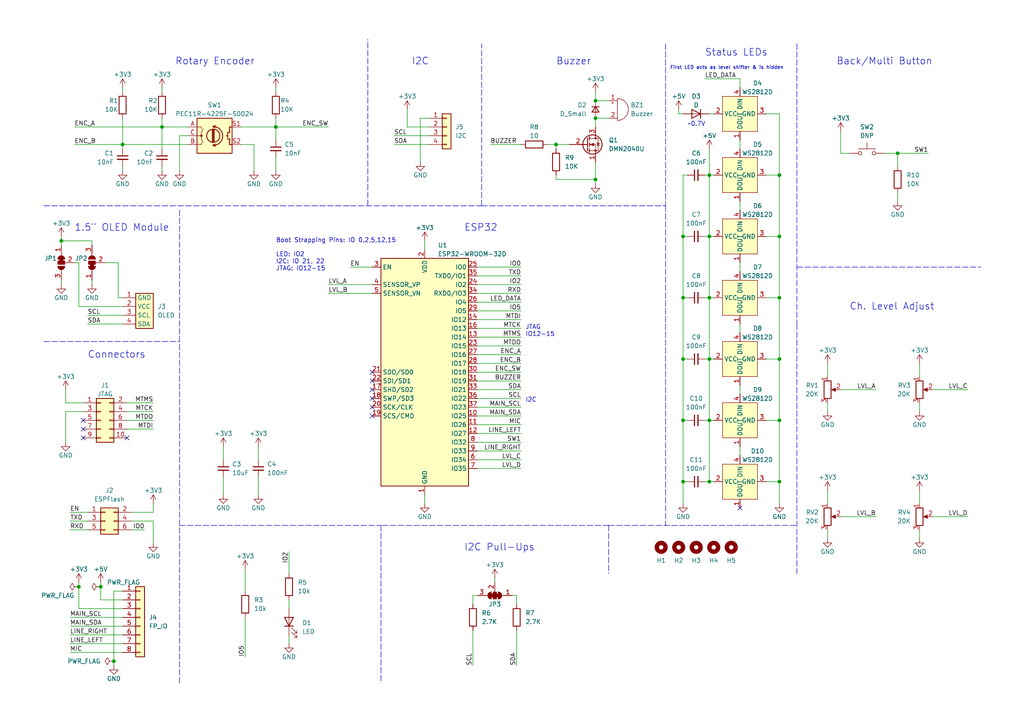
<source format=kicad_sch>
(kicad_sch (version 20211123) (generator eeschema)
  (paper "A4")
  (title_block (title "SW-3240: Front Panel") (date "2022-02-02") (rev "1") (company "saawsm") (comment 4 "Front panel IO board for the SW-3240"))
  (lib_symbols
    (symbol "Connector_Generic:Conn_01x04" (pin_names (offset 1.016) hide)
      (property "Reference" "J" (at 0 5.08 0))
      (property "Value" "Conn_01x04" (at 0 -7.62 0))
      (symbol "Conn_01x04_1_1"
        (pin passive line (at -5.08 2.54 0) (length 3.81) (name "Pin_1") (number "1"))
        (pin passive line (at -5.08 0 0) (length 3.81) (name "Pin_2") (number "2"))
        (pin passive line (at -5.08 -2.54 0) (length 3.81) (name "Pin_3") (number "3"))
        (pin passive line (at -5.08 -5.08 0) (length 3.81) (name "Pin_4") (number "4"))
      )
    )
    (symbol "Connector_Generic:Conn_01x08" (pin_names (offset 1.016) hide)
      (property "Reference" "J" (at 0 10.16 0))
      (property "Value" "Conn_01x08" (at 0 -12.7 0))
      (symbol "Conn_01x08_1_1"
        (pin passive line (at -5.08 7.62 0) (length 3.81) (name "Pin_1") (number "1"))
        (pin passive line (at -5.08 5.08 0) (length 3.81) (name "Pin_2") (number "2"))
        (pin passive line (at -5.08 2.54 0) (length 3.81) (name "Pin_3") (number "3"))
        (pin passive line (at -5.08 0 0) (length 3.81) (name "Pin_4") (number "4"))
        (pin passive line (at -5.08 -2.54 0) (length 3.81) (name "Pin_5") (number "5"))
        (pin passive line (at -5.08 -5.08 0) (length 3.81) (name "Pin_6") (number "6"))
        (pin passive line (at -5.08 -7.62 0) (length 3.81) (name "Pin_7") (number "7"))
        (pin passive line (at -5.08 -10.16 0) (length 3.81) (name "Pin_8") (number "8"))
      )
    )
    (symbol "Connector_Generic:Conn_02x03_Odd_Even" (pin_names (offset 1.016) hide)
      (property "Reference" "J" (at 1.27 5.08 0))
      (property "Value" "Conn_02x03_Odd_Even" (at 1.27 -5.08 0))
      (symbol "Conn_02x03_Odd_Even_1_1"
        (pin passive line (at -5.08 2.54 0) (length 3.81) (name "Pin_1") (number "1"))
        (pin passive line (at 7.62 2.54 180) (length 3.81) (name "Pin_2") (number "2"))
        (pin passive line (at -5.08 0 0) (length 3.81) (name "Pin_3") (number "3"))
        (pin passive line (at 7.62 0 180) (length 3.81) (name "Pin_4") (number "4"))
        (pin passive line (at -5.08 -2.54 0) (length 3.81) (name "Pin_5") (number "5"))
        (pin passive line (at 7.62 -2.54 180) (length 3.81) (name "Pin_6") (number "6"))
      )
    )
    (symbol "Connector_Generic:Conn_02x05_Odd_Even" (pin_names (offset 1.016) hide)
      (property "Reference" "J" (at 1.27 7.62 0))
      (property "Value" "Conn_02x05_Odd_Even" (at 1.27 -7.62 0))
      (symbol "Conn_02x05_Odd_Even_1_1"
        (pin passive line (at -5.08 5.08 0) (length 3.81) (name "Pin_1") (number "1"))
        (pin passive line (at 7.62 -5.08 180) (length 3.81) (name "Pin_10") (number "10"))
        (pin passive line (at 7.62 5.08 180) (length 3.81) (name "Pin_2") (number "2"))
        (pin passive line (at -5.08 2.54 0) (length 3.81) (name "Pin_3") (number "3"))
        (pin passive line (at 7.62 2.54 180) (length 3.81) (name "Pin_4") (number "4"))
        (pin passive line (at -5.08 0 0) (length 3.81) (name "Pin_5") (number "5"))
        (pin passive line (at 7.62 0 180) (length 3.81) (name "Pin_6") (number "6"))
        (pin passive line (at -5.08 -2.54 0) (length 3.81) (name "Pin_7") (number "7"))
        (pin passive line (at 7.62 -2.54 180) (length 3.81) (name "Pin_8") (number "8"))
        (pin passive line (at -5.08 -5.08 0) (length 3.81) (name "Pin_9") (number "9"))
      )
    )
    (symbol "Device:Buzzer" (pin_names (offset 0.0254) hide)
      (property "Reference" "BZ" (at 3.81 1.27 0))
      (property "Value" "Buzzer" (at 3.81 -1.27 0))
      (symbol "Buzzer_1_1"
        (pin passive line (at -2.54 2.54 0) (length 2.54) (name "-") (number "1"))
        (pin passive line (at -2.54 -2.54 0) (length 2.54) (name "+") (number "2"))
      )
    )
    (symbol "Device:C_Small" (pin_numbers hide) (pin_names (offset 0.254) hide)
      (property "Reference" "C" (at 0.254 1.778 0))
      (property "Value" "C_Small" (at 0.254 -2.032 0))
      (symbol "C_Small_1_1"
        (pin passive line (at 0 2.54 270) (length 2.032) (name "~") (number "1"))
        (pin passive line (at 0 -2.54 90) (length 2.032) (name "~") (number "2"))
      )
    )
    (symbol "Device:D" (pin_numbers hide) (pin_names (offset 1.016) hide)
      (property "Reference" "D" (at 0 2.54 0))
      (property "Value" "D" (at 0 -2.54 0))
      (symbol "D_1_1"
        (pin passive line (at -3.81 0 0) (length 2.54) (name "K") (number "1"))
        (pin passive line (at 3.81 0 180) (length 2.54) (name "A") (number "2"))
      )
    )
    (symbol "Device:D_Small" (pin_numbers hide) (pin_names (offset 0.254) hide)
      (property "Reference" "D" (at -1.27 2.032 0))
      (property "Value" "D_Small" (at -3.81 -2.032 0))
      (symbol "D_Small_1_1"
        (pin passive line (at -2.54 0 0) (length 1.778) (name "K") (number "1"))
        (pin passive line (at 2.54 0 180) (length 1.778) (name "A") (number "2"))
      )
    )
    (symbol "Device:LED" (pin_numbers hide) (pin_names (offset 1.016) hide)
      (property "Reference" "D" (at 0 2.54 0))
      (property "Value" "LED" (at 0 -2.54 0))
      (symbol "LED_1_1"
        (pin passive line (at -3.81 0 0) (length 2.54) (name "K") (number "1"))
        (pin passive line (at 3.81 0 180) (length 2.54) (name "A") (number "2"))
      )
    )
    (symbol "Device:Q_NMOS_SGD" (pin_names (offset 0) hide)
      (property "Reference" "Q" (at 5.08 1.27 0))
      (property "Value" "Q_NMOS_SGD" (at 5.08 -1.27 0))
      (symbol "Q_NMOS_SGD_1_1"
        (pin passive line (at 2.54 -5.08 90) (length 2.54) (name "S") (number "1"))
        (pin input line (at -5.08 0 0) (length 5.08) (name "G") (number "2"))
        (pin passive line (at 2.54 5.08 270) (length 2.54) (name "D") (number "3"))
      )
    )
    (symbol "Device:R" (pin_numbers hide) (pin_names (offset 0))
      (property "Reference" "R" (at 2.032 0 90))
      (property "Value" "R" (at 0 0 90))
      (symbol "R_1_1"
        (pin passive line (at 0 3.81 270) (length 1.27) (name "~") (number "1"))
        (pin passive line (at 0 -3.81 90) (length 1.27) (name "~") (number "2"))
      )
    )
    (symbol "Device:R_Potentiometer" (pin_names (offset 1.016) hide)
      (property "Reference" "RV" (at -4.445 0 90))
      (property "Value" "R_Potentiometer" (at -2.54 0 90))
      (symbol "R_Potentiometer_1_1"
        (pin passive line (at 0 3.81 270) (length 1.27) (name "1") (number "1"))
        (pin passive line (at 3.81 0 180) (length 1.27) (name "2") (number "2"))
        (pin passive line (at 0 -3.81 90) (length 1.27) (name "3") (number "3"))
      )
    )
    (symbol "Device:RotaryEncoder_Switch" (pin_names (offset 0.254) hide)
      (property "Reference" "SW" (at 0 6.604 0))
      (property "Value" "RotaryEncoder_Switch" (at 0 -6.604 0))
      (symbol "RotaryEncoder_Switch_1_1"
        (pin passive line (at -7.62 2.54 0) (length 2.54) (name "A") (number "A"))
        (pin passive line (at -7.62 -2.54 0) (length 2.54) (name "B") (number "B"))
        (pin passive line (at -7.62 0 0) (length 2.54) (name "C") (number "C"))
        (pin passive line (at 7.62 2.54 180) (length 2.54) (name "S1") (number "S1"))
        (pin passive line (at 7.62 -2.54 180) (length 2.54) (name "S2") (number "S2"))
      )
    )
    (symbol "Jumper:SolderJumper_3_Bridged12" (pin_names (offset 0) hide)
      (property "Reference" "JP" (at -2.54 -2.54 0))
      (property "Value" "SolderJumper_3_Bridged12" (at 0 2.794 0))
      (symbol "SolderJumper_3_Bridged12_1_1"
        (pin passive line (at -5.08 0 0) (length 2.54) (name "A") (number "1"))
        (pin input line (at 0 -3.81 90) (length 2.54) (name "C") (number "2"))
        (pin passive line (at 5.08 0 180) (length 2.54) (name "B") (number "3"))
      )
    )
    (symbol "Jumper:SolderJumper_3_Bridged123" (pin_names (offset 0) hide)
      (property "Reference" "JP" (at -2.54 -2.54 0))
      (property "Value" "SolderJumper_3_Bridged123" (at 0 2.794 0))
      (symbol "SolderJumper_3_Bridged123_1_1"
        (pin passive line (at -5.08 0 0) (length 2.54) (name "A") (number "1"))
        (pin input line (at 0 -3.81 90) (length 2.54) (name "C") (number "2"))
        (pin passive line (at 5.08 0 180) (length 2.54) (name "B") (number "3"))
      )
    )
    (symbol "Mechanical:MountingHole" (pin_names (offset 1.016))
      (property "Reference" "H" (at 0 5.08 0))
      (property "Value" "MountingHole" (at 0 3.175 0))
    )
    (symbol "RF_Module:ESP32-WROOM-32D"
      (property "Reference" "U" (at -12.7 34.29 0))
      (property "Value" "ESP32-WROOM-32D" (at 1.27 34.29 0))
      (symbol "ESP32-WROOM-32D_1_1"
        (pin power_in line (at 0 -35.56 90) (length 2.54) (name "GND") (number "1"))
        (pin bidirectional line (at 15.24 -12.7 180) (length 2.54) (name "IO25") (number "10"))
        (pin bidirectional line (at 15.24 -15.24 180) (length 2.54) (name "IO26") (number "11"))
        (pin bidirectional line (at 15.24 -17.78 180) (length 2.54) (name "IO27") (number "12"))
        (pin bidirectional line (at 15.24 10.16 180) (length 2.54) (name "IO14") (number "13"))
        (pin bidirectional line (at 15.24 15.24 180) (length 2.54) (name "IO12") (number "14"))
        (pin passive line (at 0 -35.56 90) (length 2.54) hide (name "GND") (number "15"))
        (pin bidirectional line (at 15.24 12.7 180) (length 2.54) (name "IO13") (number "16"))
        (pin bidirectional line (at -15.24 -5.08 0) (length 2.54) (name "SHD/SD2") (number "17"))
        (pin bidirectional line (at -15.24 -7.62 0) (length 2.54) (name "SWP/SD3") (number "18"))
        (pin bidirectional line (at -15.24 -12.7 0) (length 2.54) (name "SCS/CMD") (number "19"))
        (pin power_in line (at 0 35.56 270) (length 2.54) (name "VDD") (number "2"))
        (pin bidirectional line (at -15.24 -10.16 0) (length 2.54) (name "SCK/CLK") (number "20"))
        (pin bidirectional line (at -15.24 0 0) (length 2.54) (name "SDO/SD0") (number "21"))
        (pin bidirectional line (at -15.24 -2.54 0) (length 2.54) (name "SDI/SD1") (number "22"))
        (pin bidirectional line (at 15.24 7.62 180) (length 2.54) (name "IO15") (number "23"))
        (pin bidirectional line (at 15.24 25.4 180) (length 2.54) (name "IO2") (number "24"))
        (pin bidirectional line (at 15.24 30.48 180) (length 2.54) (name "IO0") (number "25"))
        (pin bidirectional line (at 15.24 20.32 180) (length 2.54) (name "IO4") (number "26"))
        (pin bidirectional line (at 15.24 5.08 180) (length 2.54) (name "IO16") (number "27"))
        (pin bidirectional line (at 15.24 2.54 180) (length 2.54) (name "IO17") (number "28"))
        (pin bidirectional line (at 15.24 17.78 180) (length 2.54) (name "IO5") (number "29"))
        (pin input line (at -15.24 30.48 0) (length 2.54) (name "EN") (number "3"))
        (pin bidirectional line (at 15.24 0 180) (length 2.54) (name "IO18") (number "30"))
        (pin bidirectional line (at 15.24 -2.54 180) (length 2.54) (name "IO19") (number "31"))
        (pin no_connect line (at -12.7 -27.94 0) (length 2.54) hide (name "NC") (number "32"))
        (pin bidirectional line (at 15.24 -5.08 180) (length 2.54) (name "IO21") (number "33"))
        (pin bidirectional line (at 15.24 22.86 180) (length 2.54) (name "RXD0/IO3") (number "34"))
        (pin bidirectional line (at 15.24 27.94 180) (length 2.54) (name "TXD0/IO1") (number "35"))
        (pin bidirectional line (at 15.24 -7.62 180) (length 2.54) (name "IO22") (number "36"))
        (pin bidirectional line (at 15.24 -10.16 180) (length 2.54) (name "IO23") (number "37"))
        (pin passive line (at 0 -35.56 90) (length 2.54) hide (name "GND") (number "38"))
        (pin passive line (at 0 -35.56 90) (length 2.54) hide (name "GND") (number "39"))
        (pin input line (at -15.24 25.4 0) (length 2.54) (name "SENSOR_VP") (number "4"))
        (pin input line (at -15.24 22.86 0) (length 2.54) (name "SENSOR_VN") (number "5"))
        (pin input line (at 15.24 -25.4 180) (length 2.54) (name "IO34") (number "6"))
        (pin input line (at 15.24 -27.94 180) (length 2.54) (name "IO35") (number "7"))
        (pin bidirectional line (at 15.24 -20.32 180) (length 2.54) (name "IO32") (number "8"))
        (pin bidirectional line (at 15.24 -22.86 180) (length 2.54) (name "IO33") (number "9"))
      )
    )
    (symbol "SaawLib:OLED_MODULE_I2C"
      (property "Reference" "J" (at 0 6.35 0))
      (property "Value" "OLED_MODULE_I2C" (at 0 -6.35 0))
      (symbol "OLED_MODULE_I2C_1_1"
        (pin passive line (at -5.08 3.81 0) (length 3.81) (name "GND") (number "1"))
        (pin passive line (at -5.08 1.27 0) (length 3.81) (name "VCC") (number "2"))
        (pin passive line (at -5.08 -1.27 0) (length 3.81) (name "SCL") (number "3"))
        (pin passive line (at -5.08 -3.81 0) (length 3.81) (name "SDA") (number "4"))
      )
    )
    (symbol "SaawLib:WS2812D"
      (property "Reference" "U" (at 2.54 8.89 0))
      (property "Value" "WS2812D" (at 6.35 6.35 0))
      (symbol "WS2812D_1_1"
        (pin output line (at 0 -7.62 90) (length 2.54) (name "DOUT") (number "1"))
        (pin power_in line (at -7.62 0 0) (length 2.54) (name "VCC") (number "2"))
        (pin power_in line (at 7.62 0 180) (length 2.54) (name "GND") (number "3"))
        (pin input line (at 0 7.62 270) (length 2.54) (name "DIN") (number "4"))
      )
    )
    (symbol "Switch:SW_Push" (pin_numbers hide) (pin_names (offset 1.016) hide)
      (property "Reference" "SW" (at 1.27 2.54 0))
      (property "Value" "SW_Push" (at 0 -1.524 0))
      (symbol "SW_Push_0_1"
        (pin passive line (at -5.08 0 0) (length 2.54) (name "1") (number "1"))
        (pin passive line (at 5.08 0 180) (length 2.54) (name "2") (number "2"))
      )
    )
    (symbol "power:+3.3V" (power) (pin_names (offset 0))
      (property "Value" "+3.3V" (at 0 3.556 0))
      (symbol "+3.3V_1_1"
        (pin power_in line (at 0 0 90) (length 0) hide (name "+3V3") (number "1"))
      )
    )
    (symbol "power:+5V" (power) (pin_names (offset 0))
      (property "Value" "+5V" (at 0 3.556 0))
      (symbol "+5V_1_1"
        (pin power_in line (at 0 0 90) (length 0) hide (name "+5V") (number "1"))
      )
    )
    (symbol "power:GND" (power) (pin_names (offset 0))
      (property "Value" "GND" (at 0 -3.81 0))
      (symbol "GND_1_1"
        (pin power_in line (at 0 0 270) (length 0) hide (name "GND") (number "1"))
      )
    )
    (symbol "power:PWR_FLAG" (power) (pin_numbers hide) (pin_names (offset 0) hide)
      (property "Value" "PWR_FLAG" (at 0 3.81 0))
      (symbol "PWR_FLAG_0_0"
        (pin power_out line (at 0 0 90) (length 0) (name "pwr") (number "1"))
      )
    )
  )
  (junction (at 226.06 86.36))
  (junction (at 205.74 104.14))
  (junction (at 226.06 121.92))
  (junction (at 205.74 139.7))
  (junction (at 205.74 121.92))
  (junction (at 17.78 69.85))
  (junction (at 205.74 50.8))
  (junction (at 198.12 86.36))
  (junction (at 22.86 170.18))
  (junction (at 226.06 104.14))
  (junction (at 33.02 191.77))
  (junction (at 46.99 36.83))
  (junction (at 226.06 50.8))
  (junction (at 226.06 68.58))
  (junction (at 226.06 139.7))
  (junction (at 198.12 104.14))
  (junction (at 172.72 34.29))
  (junction (at 172.72 52.07))
  (junction (at 198.12 121.92))
  (junction (at 205.74 68.58))
  (junction (at 198.12 68.58))
  (junction (at 161.29 41.91))
  (junction (at 172.72 29.21))
  (junction (at 260.35 44.45))
  (junction (at 198.12 139.7))
  (junction (at 80.01 36.83))
  (junction (at 29.21 170.18))
  (junction (at 205.74 86.36))
  (junction (at 35.56 41.91))
  (no_connect (at 24.13 124.46))
  (no_connect (at 214.63 147.32))
  (no_connect (at 24.13 127))
  (no_connect (at 36.83 127))
  (no_connect (at 107.95 115.57))
  (no_connect (at 107.95 113.03))
  (no_connect (at 107.95 110.49))
  (no_connect (at 107.95 107.95))
  (no_connect (at 24.13 121.92))
  (no_connect (at 107.95 120.65))
  (no_connect (at 107.95 118.11))
  (wire (pts (xy 46.99 36.83) (xy 54.61 36.83)))
  (wire (pts (xy 20.32 179.07) (xy 35.56 179.07)))
  (wire (pts (xy 205.74 121.92) (xy 207.01 121.92)))
  (wire (pts (xy 266.7 153.67) (xy 266.7 156.21)))
  (wire (pts (xy 83.82 176.53) (xy 83.82 173.99)))
  (wire (pts (xy 22.86 170.18) (xy 22.86 176.53)))
  (wire (pts (xy 205.74 33.02) (xy 207.01 33.02)))
  (wire (pts (xy 260.35 44.45) (xy 260.35 48.26)))
  (wire (pts (xy 26.67 71.12) (xy 26.67 69.85)))
  (wire (pts (xy 214.63 93.98) (xy 214.63 96.52)))
  (wire (pts (xy 114.3 39.37) (xy 124.46 39.37)))
  (wire (pts (xy 35.56 25.4) (xy 35.56 26.67)))
  (wire (pts (xy 266.7 142.24) (xy 266.7 146.05)))
  (wire (pts (xy 29.21 173.99) (xy 35.56 173.99)))
  (wire (pts (xy 161.29 41.91) (xy 165.1 41.91)))
  (wire (pts (xy 20.32 181.61) (xy 35.56 181.61)))
  (wire (pts (xy 138.43 102.87) (xy 151.13 102.87)))
  (wire (pts (xy 20.32 184.15) (xy 35.56 184.15)))
  (wire (pts (xy 243.84 113.03) (xy 254 113.03)))
  (wire (pts (xy 260.35 44.45) (xy 269.24 44.45)))
  (wire (pts (xy 35.56 41.91) (xy 35.56 43.18)))
  (wire (pts (xy 30.48 76.2) (xy 34.29 76.2)))
  (wire (pts (xy 19.05 119.38) (xy 24.13 119.38)))
  (wire (pts (xy 138.43 82.55) (xy 151.13 82.55)))
  (wire (pts (xy 222.25 86.36) (xy 226.06 86.36)))
  (wire (pts (xy 243.84 38.1) (xy 243.84 44.45)))
  (wire (pts (xy 199.39 50.8) (xy 198.12 50.8)))
  (wire (pts (xy 161.29 41.91) (xy 161.29 43.18)))
  (wire (pts (xy 205.74 68.58) (xy 205.74 86.36)))
  (wire (pts (xy 138.43 95.25) (xy 151.13 95.25)))
  (wire (pts (xy 240.03 116.84) (xy 240.03 119.38)))
  (wire (pts (xy 204.47 50.8) (xy 205.74 50.8)))
  (wire (pts (xy 151.13 123.19) (xy 138.43 123.19)))
  (wire (pts (xy 29.21 168.91) (xy 29.21 170.18)))
  (wire (pts (xy 243.84 44.45) (xy 246.38 44.45)))
  (wire (pts (xy 207.01 139.7) (xy 205.74 139.7)))
  (wire (pts (xy 270.51 113.03) (xy 280.67 113.03)))
  (wire (pts (xy 205.74 43.18) (xy 205.74 50.8)))
  (wire (pts (xy 71.12 165.1) (xy 71.12 171.45)))
  (wire (pts (xy 204.47 86.36) (xy 205.74 86.36)))
  (wire (pts (xy 226.06 86.36) (xy 226.06 104.14)))
  (wire (pts (xy 36.83 116.84) (xy 44.45 116.84)))
  (wire (pts (xy 34.29 76.2) (xy 34.29 86.36)))
  (polyline (pts (xy 176.53 152.4) (xy 110.49 152.4)))
  (wire (pts (xy 198.12 121.92) (xy 198.12 139.7)))
  (wire (pts (xy 95.25 82.55) (xy 107.95 82.55)))
  (wire (pts (xy 19.05 113.03) (xy 19.05 116.84)))
  (wire (pts (xy 19.05 116.84) (xy 24.13 116.84)))
  (wire (pts (xy 74.93 138.43) (xy 74.93 143.51)))
  (wire (pts (xy 35.56 34.29) (xy 35.56 41.91)))
  (wire (pts (xy 138.43 105.41) (xy 151.13 105.41)))
  (polyline (pts (xy 12.7 59.69) (xy 101.6 59.69)))
  (wire (pts (xy 22.86 76.2) (xy 22.86 88.9)))
  (wire (pts (xy 33.02 191.77) (xy 33.02 193.04)))
  (wire (pts (xy 64.77 138.43) (xy 64.77 143.51)))
  (wire (pts (xy 138.43 128.27) (xy 151.13 128.27)))
  (wire (pts (xy 226.06 104.14) (xy 222.25 104.14)))
  (wire (pts (xy 22.86 176.53) (xy 35.56 176.53)))
  (wire (pts (xy 123.19 143.51) (xy 123.19 146.05)))
  (wire (pts (xy 266.7 105.41) (xy 266.7 109.22)))
  (wire (pts (xy 226.06 104.14) (xy 226.06 121.92)))
  (wire (pts (xy 80.01 40.64) (xy 80.01 36.83)))
  (wire (pts (xy 25.4 151.13) (xy 20.32 151.13)))
  (wire (pts (xy 26.67 81.28) (xy 26.67 82.55)))
  (wire (pts (xy 198.12 104.14) (xy 199.39 104.14)))
  (wire (pts (xy 240.03 142.24) (xy 240.03 146.05)))
  (wire (pts (xy 17.78 81.28) (xy 17.78 82.55)))
  (wire (pts (xy 46.99 48.26) (xy 46.99 49.53)))
  (wire (pts (xy 20.32 186.69) (xy 35.56 186.69)))
  (wire (pts (xy 71.12 179.07) (xy 71.12 190.5)))
  (wire (pts (xy 21.59 41.91) (xy 35.56 41.91)))
  (wire (pts (xy 198.12 121.92) (xy 199.39 121.92)))
  (wire (pts (xy 121.92 34.29) (xy 124.46 34.29)))
  (wire (pts (xy 21.59 36.83) (xy 46.99 36.83)))
  (wire (pts (xy 80.01 34.29) (xy 80.01 36.83)))
  (wire (pts (xy 137.16 193.04) (xy 137.16 182.88)))
  (wire (pts (xy 151.13 120.65) (xy 138.43 120.65)))
  (wire (pts (xy 205.74 104.14) (xy 205.74 121.92)))
  (wire (pts (xy 148.59 172.72) (xy 149.86 172.72)))
  (polyline (pts (xy 139.7 59.69) (xy 139.7 12.7)))
  (wire (pts (xy 207.01 50.8) (xy 205.74 50.8)))
  (wire (pts (xy 256.54 44.45) (xy 260.35 44.45)))
  (wire (pts (xy 149.86 172.72) (xy 149.86 175.26)))
  (wire (pts (xy 80.01 25.4) (xy 80.01 26.67)))
  (wire (pts (xy 137.16 175.26) (xy 137.16 172.72)))
  (wire (pts (xy 138.43 97.79) (xy 151.13 97.79)))
  (wire (pts (xy 204.47 121.92) (xy 205.74 121.92)))
  (wire (pts (xy 222.25 139.7) (xy 226.06 139.7)))
  (wire (pts (xy 138.43 130.81) (xy 151.13 130.81)))
  (wire (pts (xy 138.43 100.33) (xy 151.13 100.33)))
  (wire (pts (xy 214.63 58.42) (xy 214.63 60.96)))
  (wire (pts (xy 138.43 77.47) (xy 151.13 77.47)))
  (wire (pts (xy 35.56 41.91) (xy 54.61 41.91)))
  (wire (pts (xy 205.74 104.14) (xy 207.01 104.14)))
  (wire (pts (xy 34.29 86.36) (xy 35.56 86.36)))
  (wire (pts (xy 214.63 111.76) (xy 214.63 114.3)))
  (wire (pts (xy 172.72 52.07) (xy 172.72 53.34)))
  (polyline (pts (xy 176.53 152.4) (xy 231.14 152.4)))
  (wire (pts (xy 149.86 193.04) (xy 149.86 182.88)))
  (wire (pts (xy 22.86 88.9) (xy 35.56 88.9)))
  (wire (pts (xy 17.78 68.58) (xy 17.78 69.85)))
  (wire (pts (xy 196.85 33.02) (xy 198.12 33.02)))
  (wire (pts (xy 46.99 34.29) (xy 46.99 36.83)))
  (polyline (pts (xy 193.04 12.7) (xy 193.04 59.69)))
  (wire (pts (xy 35.56 48.26) (xy 35.56 49.53)))
  (wire (pts (xy 46.99 25.4) (xy 46.99 26.67)))
  (wire (pts (xy 17.78 69.85) (xy 17.78 71.12)))
  (polyline (pts (xy 52.07 198.12) (xy 52.07 123.19)))
  (wire (pts (xy 38.1 153.67) (xy 41.91 153.67)))
  (wire (pts (xy 52.07 39.37) (xy 52.07 49.53)))
  (wire (pts (xy 198.12 104.14) (xy 198.12 121.92)))
  (wire (pts (xy 21.59 76.2) (xy 22.86 76.2)))
  (wire (pts (xy 69.85 36.83) (xy 80.01 36.83)))
  (wire (pts (xy 137.16 172.72) (xy 138.43 172.72)))
  (wire (pts (xy 204.47 68.58) (xy 205.74 68.58)))
  (polyline (pts (xy 139.7 59.69) (xy 193.04 59.69)))
  (wire (pts (xy 26.67 69.85) (xy 17.78 69.85)))
  (wire (pts (xy 240.03 105.41) (xy 240.03 109.22)))
  (wire (pts (xy 80.01 45.72) (xy 80.01 49.53)))
  (wire (pts (xy 151.13 118.11) (xy 138.43 118.11)))
  (wire (pts (xy 38.1 151.13) (xy 44.45 151.13)))
  (wire (pts (xy 214.63 40.64) (xy 214.63 43.18)))
  (wire (pts (xy 80.01 36.83) (xy 95.25 36.83)))
  (wire (pts (xy 101.6 77.47) (xy 107.95 77.47)))
  (wire (pts (xy 35.56 171.45) (xy 33.02 171.45)))
  (wire (pts (xy 240.03 153.67) (xy 240.03 156.21)))
  (wire (pts (xy 123.19 69.85) (xy 123.19 72.39)))
  (wire (pts (xy 205.74 50.8) (xy 205.74 68.58)))
  (polyline (pts (xy 231.14 77.47) (xy 284.48 77.47)))
  (wire (pts (xy 36.83 121.92) (xy 44.45 121.92)))
  (wire (pts (xy 25.4 153.67) (xy 20.32 153.67)))
  (wire (pts (xy 205.74 139.7) (xy 205.74 121.92)))
  (wire (pts (xy 222.25 33.02) (xy 226.06 33.02)))
  (wire (pts (xy 36.83 119.38) (xy 44.45 119.38)))
  (wire (pts (xy 172.72 52.07) (xy 172.72 46.99)))
  (wire (pts (xy 207.01 86.36) (xy 205.74 86.36)))
  (wire (pts (xy 138.43 115.57) (xy 151.13 115.57)))
  (wire (pts (xy 204.47 139.7) (xy 205.74 139.7)))
  (wire (pts (xy 138.43 85.09) (xy 151.13 85.09)))
  (wire (pts (xy 138.43 133.35) (xy 151.13 133.35)))
  (wire (pts (xy 158.75 41.91) (xy 161.29 41.91)))
  (wire (pts (xy 121.92 46.99) (xy 121.92 34.29)))
  (wire (pts (xy 204.47 22.86) (xy 214.63 22.86)))
  (wire (pts (xy 214.63 22.86) (xy 214.63 25.4)))
  (wire (pts (xy 151.13 110.49) (xy 138.43 110.49)))
  (wire (pts (xy 172.72 34.29) (xy 176.53 34.29)))
  (wire (pts (xy 226.06 50.8) (xy 226.06 68.58)))
  (wire (pts (xy 226.06 139.7) (xy 226.06 146.05)))
  (polyline (pts (xy 110.49 152.4) (xy 110.49 198.12)))
  (wire (pts (xy 20.32 189.23) (xy 35.56 189.23)))
  (wire (pts (xy 204.47 104.14) (xy 205.74 104.14)))
  (wire (pts (xy 214.63 129.54) (xy 214.63 132.08)))
  (wire (pts (xy 198.12 68.58) (xy 199.39 68.58)))
  (wire (pts (xy 205.74 86.36) (xy 205.74 104.14)))
  (polyline (pts (xy 231.14 93.98) (xy 231.14 166.37)))
  (wire (pts (xy 25.4 148.59) (xy 20.32 148.59)))
  (wire (pts (xy 54.61 39.37) (xy 52.07 39.37)))
  (wire (pts (xy 205.74 68.58) (xy 207.01 68.58)))
  (polyline (pts (xy 52.07 60.96) (xy 52.07 123.19)))
  (wire (pts (xy 74.93 129.54) (xy 74.93 133.35)))
  (wire (pts (xy 142.24 41.91) (xy 151.13 41.91)))
  (wire (pts (xy 33.02 171.45) (xy 33.02 191.77)))
  (wire (pts (xy 270.51 149.86) (xy 280.67 149.86)))
  (wire (pts (xy 44.45 151.13) (xy 44.45 157.48)))
  (wire (pts (xy 118.11 31.75) (xy 118.11 36.83)))
  (wire (pts (xy 198.12 139.7) (xy 198.12 146.05)))
  (wire (pts (xy 44.45 146.05) (xy 44.45 148.59)))
  (wire (pts (xy 214.63 76.2) (xy 214.63 78.74)))
  (wire (pts (xy 36.83 124.46) (xy 44.45 124.46)))
  (polyline (pts (xy 106.68 59.69) (xy 106.68 11.43)))
  (wire (pts (xy 226.06 139.7) (xy 226.06 121.92)))
  (wire (pts (xy 198.12 68.58) (xy 198.12 86.36)))
  (wire (pts (xy 138.43 107.95) (xy 151.13 107.95)))
  (wire (pts (xy 25.4 91.44) (xy 35.56 91.44)))
  (wire (pts (xy 266.7 116.84) (xy 266.7 119.38)))
  (wire (pts (xy 46.99 43.18) (xy 46.99 36.83)))
  (wire (pts (xy 44.45 148.59) (xy 38.1 148.59)))
  (wire (pts (xy 83.82 186.69) (xy 83.82 184.15)))
  (wire (pts (xy 138.43 135.89) (xy 151.13 135.89)))
  (polyline (pts (xy 12.7 99.06) (xy 52.07 99.06)))
  (wire (pts (xy 172.72 34.29) (xy 172.72 36.83)))
  (wire (pts (xy 172.72 26.67) (xy 172.72 29.21)))
  (wire (pts (xy 151.13 87.63) (xy 138.43 87.63)))
  (wire (pts (xy 64.77 129.54) (xy 64.77 133.35)))
  (wire (pts (xy 118.11 36.83) (xy 124.46 36.83)))
  (wire (pts (xy 83.82 166.37) (xy 83.82 160.02)))
  (wire (pts (xy 138.43 80.01) (xy 151.13 80.01)))
  (wire (pts (xy 22.86 170.18) (xy 22.86 168.91)))
  (wire (pts (xy 226.06 68.58) (xy 226.06 86.36)))
  (wire (pts (xy 198.12 86.36) (xy 198.12 104.14)))
  (wire (pts (xy 196.85 31.75) (xy 196.85 33.02)))
  (wire (pts (xy 29.21 170.18) (xy 29.21 173.99)))
  (polyline (pts (xy 231.14 12.7) (xy 231.14 93.98)))
  (polyline (pts (xy 52.07 152.4) (xy 110.49 152.4)))
  (wire (pts (xy 198.12 139.7) (xy 199.39 139.7)))
  (wire (pts (xy 124.46 41.91) (xy 114.3 41.91)))
  (wire (pts (xy 138.43 113.03) (xy 151.13 113.03)))
  (wire (pts (xy 73.66 49.53) (xy 73.66 41.91)))
  (wire (pts (xy 198.12 50.8) (xy 198.12 68.58)))
  (wire (pts (xy 161.29 52.07) (xy 172.72 52.07)))
  (wire (pts (xy 138.43 90.17) (xy 151.13 90.17)))
  (wire (pts (xy 35.56 93.98) (xy 25.4 93.98)))
  (wire (pts (xy 226.06 68.58) (xy 222.25 68.58)))
  (polyline (pts (xy 193.04 59.69) (xy 193.04 152.4)))
  (polyline (pts (xy 176.53 152.4) (xy 176.53 166.37)))
  (wire (pts (xy 95.25 85.09) (xy 107.95 85.09)))
  (wire (pts (xy 226.06 33.02) (xy 226.06 50.8)))
  (wire (pts (xy 19.05 128.27) (xy 19.05 119.38)))
  (wire (pts (xy 226.06 121.92) (xy 222.25 121.92)))
  (wire (pts (xy 161.29 50.8) (xy 161.29 52.07)))
  (wire (pts (xy 198.12 86.36) (xy 199.39 86.36)))
  (wire (pts (xy 138.43 92.71) (xy 151.13 92.71)))
  (wire (pts (xy 73.66 41.91) (xy 69.85 41.91)))
  (wire (pts (xy 260.35 55.88) (xy 260.35 58.42)))
  (wire (pts (xy 222.25 50.8) (xy 226.06 50.8)))
  (wire (pts (xy 172.72 29.21) (xy 176.53 29.21)))
  (wire (pts (xy 243.84 149.86) (xy 254 149.86)))
  (wire (pts (xy 151.13 125.73) (xy 138.43 125.73)))
  (polyline (pts (xy 101.6 59.69) (xy 139.7 59.69)))
  (wire (pts (xy 143.51 167.64) (xy 143.51 168.91)))
  (text "Status LEDs" (at 204.47 16.51 0) (effects (font (size 2 2)) (justify left bottom)))
  (text "Boot Strapping Pins: IO 0,2,5,12,15\n\nLED: IO2\nI2C: IO 21, 22\nJTAG: IO12-15" (at 80.01 78.74 0) (effects (font (size 1.27 1.27)) (justify left bottom)))
  (text "~0.7V" (at 199.39 36.83 0) (effects (font (size 1.27 1.27)) (justify left bottom)))
  (text "I2C" (at 119.38 19.05 0) (effects (font (size 2 2)) (justify left bottom)))
  (text "1.5\" OLED Module" (at 21.59 67.31 0) (effects (font (size 2 2)) (justify left bottom)))
  (text "Rotary Encoder" (at 50.8 19.05 0) (effects (font (size 2 2)) (justify left bottom)))
  (text "Back/Multi Button" (at 242.57 19.05 0) (effects (font (size 2 2)) (justify left bottom)))
  (text "Ch. Level Adjust" (at 246.38 90.17 0) (effects (font (size 2 2)) (justify left bottom)))
  (text "Connectors" (at 25.4 104.14 0) (effects (font (size 2 2)) (justify left bottom)))
  (text "Buzzer" (at 161.29 19.05 0) (effects (font (size 2 2)) (justify left bottom)))
  (text "First LED acts as level shifter & is hidden" (at 194.31 20.32 0) (effects (font (size 1 1)) (justify left bottom)))
  (text "ESP32" (at 134.62 67.31 0) (effects (font (size 2 2)) (justify left bottom)))
  (text "JTAG\nIO12-15" (at 152.4 97.79 0) (effects (font (size 1.27 1.27)) (justify left bottom)))
  (text "I2C" (at 152.4 116.84 0) (effects (font (size 1.27 1.27)) (justify left bottom)))
  (text "I2C Pull-Ups" (at 134.62 160.02 0) (effects (font (size 2 2)) (justify left bottom)))
  (label "SW1" (at 151.13 128.27 180))
  (label "ENC_A" (at 21.59 36.83 0))
  (label "ENC_SW" (at 95.25 36.83 180))
  (label "LINE_RIGHT" (at 20.32 184.15 0))
  (label "ENC_SW" (at 151.13 107.95 180))
  (label "LED_DATA" (at 151.13 87.63 180))
  (label "SCL" (at 114.3 39.37 0))
  (label "SCL" (at 151.13 115.57 180))
  (label "EN" (at 101.6 77.47 0))
  (label "TXD" (at 151.13 80.01 180))
  (label "MTCK" (at 151.13 95.25 180))
  (label "LVL_B" (at 95.25 85.09 0))
  (label "RXD" (at 20.32 153.67 0))
  (label "ENC_A" (at 151.13 102.87 180))
  (label "MTCK" (at 44.45 119.38 180))
  (label "MAIN_SDA" (at 20.32 181.61 0))
  (label "LVL_D" (at 280.67 149.86 180))
  (label "SDA" (at 149.86 193.04 90))
  (label "LINE_LEFT" (at 20.32 186.69 0))
  (label "LVL_B" (at 254 149.86 180))
  (label "LVL_A" (at 95.25 82.55 0))
  (label "ENC_B" (at 151.13 105.41 180))
  (label "LVL_A" (at 254 113.03 180))
  (label "MTMS" (at 44.45 116.84 180))
  (label "MIC" (at 20.32 189.23 0))
  (label "BUZZER" (at 151.13 110.49 180))
  (label "LVL_C" (at 151.13 133.35 180))
  (label "IO2" (at 151.13 82.55 180))
  (label "RXD" (at 151.13 85.09 180))
  (label "LINE_LEFT" (at 151.13 125.73 180))
  (label "IO0" (at 41.91 153.67 180))
  (label "IO5" (at 71.12 190.5 90))
  (label "TXD" (at 20.32 151.13 0))
  (label "MTDI" (at 151.13 92.71 180))
  (label "ENC_B" (at 21.59 41.91 0))
  (label "LVL_C" (at 280.67 113.03 180))
  (label "MTDO" (at 151.13 100.33 180))
  (label "MTMS" (at 151.13 97.79 180))
  (label "MAIN_SDA" (at 151.13 120.65 180))
  (label "MTDO" (at 44.45 121.92 180))
  (label "IO5" (at 151.13 90.17 180))
  (label "MAIN_SCL" (at 151.13 118.11 180))
  (label "EN" (at 20.32 148.59 0))
  (label "LED_DATA" (at 204.47 22.86 0))
  (label "MAIN_SCL" (at 20.32 179.07 0))
  (label "MTDI" (at 44.45 124.46 180))
  (label "IO2" (at 83.82 160.02 270))
  (label "BUZZER" (at 142.24 41.91 0))
  (label "LINE_RIGHT" (at 151.13 130.81 180))
  (label "IO0" (at 151.13 77.47 180))
  (label "SDA" (at 25.4 93.98 0))
  (label "SW1" (at 269.24 44.45 180))
  (label "SDA" (at 114.3 41.91 0))
  (label "SCL" (at 137.16 193.04 90))
  (label "SDA" (at 151.13 113.03 180))
  (label "LVL_D" (at 151.13 135.89 180))
  (label "MIC" (at 151.13 123.19 180))
  (label "SCL" (at 25.4 91.44 0))
  (symbol (lib_id "power:GND") (at 198.12 146.05 0) (unit 1)
    (property "Reference" "#PWR033" (effects hide))
    (property "Value" "GND" (at 198.12 149.86 0))
  )
  (symbol (lib_id "power:PWR_FLAG") (at 29.21 170.18 90) (unit 1)
    (property "Reference" "#FLG02" (effects hide))
    (property "Value" "PWR_FLAG" (at 40.64 168.91 90) (effects (justify left)))
  )
  (symbol (lib_id "power:+3.3V") (at 118.11 31.75 0) (mirror y) (unit 1)
    (property "Reference" "#PWR025" (effects hide))
    (property "Value" "+3.3V" (at 118.11 27.94 0))
  )
  (symbol (lib_id "power:GND") (at 80.01 49.53 0) (unit 1)
    (property "Reference" "#PWR023" (effects hide))
    (property "Value" "GND" (at 80.01 53.34 0))
  )
  (symbol (lib_id "Device:R") (at 149.86 179.07 0) (unit 1)
    (property "Reference" "R7" (at 152.4 177.7999 0) (effects (justify left)))
    (property "Value" "2.7K" (at 152.4 180.3399 0) (effects (justify left)))
    (property "Footprint" "Resistor_SMD:R_0603_1608Metric" (effects hide))
  )
  (symbol (lib_id "power:GND") (at 44.45 157.48 0) (unit 1)
    (property "Reference" "#PWR012" (effects hide))
    (property "Value" "GND" (at 44.45 161.29 0))
  )
  (symbol (lib_id "Switch:SW_Push") (at 251.46 44.45 0) (unit 1)
    (property "Reference" "SW2" (at 251.46 36.83 0))
    (property "Value" "DNP" (at 251.46 39.37 0))
    (property "Footprint" "Button_Switch_SMD:SW_Push_1P1T_NO_6x6mm_H9.5mm" (effects hide))
  )
  (symbol (lib_id "power:+5V") (at 205.74 43.18 0) (unit 1)
    (property "Reference" "#PWR034" (effects hide))
    (property "Value" "+5V" (at 205.74 39.37 0))
  )
  (symbol (lib_id "power:GND") (at 121.92 46.99 0) (mirror y) (unit 1)
    (property "Reference" "#PWR026" (effects hide))
    (property "Value" "GND" (at 121.92 50.8 0))
  )
  (symbol (lib_id "SaawLib:OLED_MODULE_I2C") (at 40.64 90.17 0) (unit 1)
    (property "Reference" "J3" (at 45.72 88.8999 0) (effects (justify left)))
    (property "Value" "OLED" (at 45.72 91.4399 0) (effects (justify left)))
    (property "Footprint" "SaawLib:OLED_I2C_1.3" (effects hide))
  )
  (symbol (lib_id "power:GND") (at 240.03 119.38 0) (unit 1)
    (property "Reference" "#PWR037" (effects hide))
    (property "Value" "GND" (at 240.03 123.19 0))
  )
  (symbol (lib_id "power:GND") (at 52.07 49.53 0) (unit 1)
    (property "Reference" "#PWR015" (effects hide))
    (property "Value" "GND" (at 52.07 53.34 0))
  )
  (symbol (lib_id "power:+3.3V") (at 74.93 129.54 0) (unit 1)
    (property "Reference" "#PWR020" (effects hide))
    (property "Value" "+3.3V" (at 74.93 125.73 0))
  )
  (symbol (lib_id "power:GND") (at 123.19 146.05 0) (unit 1)
    (property "Reference" "#PWR028" (effects hide))
    (property "Value" "GND" (at 123.19 149.86 0))
  )
  (symbol (lib_id "Device:C_Small") (at 201.93 50.8 90) (unit 1)
    (property "Reference" "C6" (at 201.9363 44.45 90))
    (property "Value" "100nF" (at 201.9363 46.99 90))
    (property "Footprint" "Capacitor_SMD:C_0603_1608Metric" (effects hide))
  )
  (symbol (lib_id "power:GND") (at 172.72 53.34 0) (unit 1)
    (property "Reference" "#PWR031" (effects hide))
    (property "Value" "GND" (at 172.72 57.15 0))
  )
  (symbol (lib_id "SaawLib:WS2812D") (at 214.63 121.92 0) (unit 1)
    (property "Reference" "D9" (at 219.71 113.03 0))
    (property "Value" "WS2812D" (at 219.71 115.57 0))
    (property "Footprint" "SaawLib:WS2812D-F5" (effects hide))
    (property "MPN" "WS2812D-F5" (effects hide))
    (property "LCSC" "C190565" (effects hide))
  )
  (symbol (lib_id "Connector_Generic:Conn_02x05_Odd_Even") (at 29.21 121.92 0) (unit 1)
    (property "Reference" "J1" (at 30.48 111.76 0))
    (property "Value" "JTAG" (at 30.48 114.3 0))
    (property "Footprint" "Connector_IDC:IDC-Header_2x05_P2.54mm_Vertical" (effects hide))
  )
  (symbol (lib_id "Device:R_Potentiometer") (at 266.7 149.86 0) (unit 1)
    (property "Reference" "RV4" (at 264.16 148.5899 0) (effects (justify right)))
    (property "Value" "20K" (at 264.16 151.1299 0) (effects (justify right)))
    (property "Footprint" "Potentiometer_THT:Potentiometer_Bourns_PTV09A-1_Single_Vertical" (effects hide))
  )
  (symbol (lib_id "power:GND") (at 26.67 82.55 0) (mirror y) (unit 1)
    (property "Reference" "#PWR06" (effects hide))
    (property "Value" "GND" (at 26.67 86.36 0))
  )
  (symbol (lib_id "power:+3.3V") (at 266.7 142.24 0) (unit 1)
    (property "Reference" "#PWR044" (effects hide))
    (property "Value" "+3.3V" (at 266.7 138.43 0))
  )
  (symbol (lib_id "Device:D_Small") (at 172.72 31.75 270) (unit 1)
    (property "Reference" "D2" (at 170.18 30.4799 90) (effects (justify right)))
    (property "Value" "D_Small" (at 170.18 33.0199 90) (effects (justify right)))
    (property "Footprint" "Diode_SMD:D_SOD-123F" (effects hide))
  )
  (symbol (lib_id "power:GND") (at 35.56 49.53 0) (unit 1)
    (property "Reference" "#PWR010" (effects hide))
    (property "Value" "GND" (at 35.56 53.34 0))
  )
  (symbol (lib_id "Connector_Generic:Conn_01x04") (at 129.54 36.83 0) (unit 1)
    (property "Reference" "J5" (at 132.08 36.8299 0) (effects (justify left)))
    (property "Value" "I2C" (at 132.08 39.3699 0) (effects (justify left)))
    (property "Footprint" "Connector_PinHeader_2.54mm:PinHeader_1x04_P2.54mm_Vertical" (effects hide))
  )
  (symbol (lib_id "power:+3.3V") (at 80.01 25.4 0) (unit 1)
    (property "Reference" "#PWR022" (effects hide))
    (property "Value" "+3.3V" (at 80.01 21.59 0))
  )
  (symbol (lib_id "power:PWR_FLAG") (at 22.86 170.18 90) (unit 1)
    (property "Reference" "#FLG01" (effects hide))
    (property "Value" "PWR_FLAG" (at 21.59 172.72 90) (effects (justify left)))
  )
  (symbol (lib_id "power:GND") (at 19.05 128.27 0) (unit 1)
    (property "Reference" "#PWR04" (effects hide))
    (property "Value" "GND" (at 19.05 132.08 0))
  )
  (symbol (lib_id "Jumper:SolderJumper_3_Bridged12") (at 17.78 76.2 90) (mirror x) (unit 1)
    (property "Reference" "JP1" (at 16.51 74.93 90) (effects (justify left)))
    (property "Value" "SolderJumper_3_Bridged12" (effects hide))
    (property "Footprint" "Jumper:SolderJumper-3_P1.3mm_Bridged12_Pad1.0x1.5mm_NumberLabels" (effects hide))
  )
  (symbol (lib_id "power:+3.3V") (at 46.99 25.4 0) (unit 1)
    (property "Reference" "#PWR013" (effects hide))
    (property "Value" "+3.3V" (at 46.99 21.59 0))
  )
  (symbol (lib_id "power:+3.3V") (at 243.84 38.1 0) (unit 1)
    (property "Reference" "#PWR040" (effects hide))
    (property "Value" "+3.3V" (at 243.84 34.29 0))
  )
  (symbol (lib_id "power:GND") (at 64.77 143.51 0) (unit 1)
    (property "Reference" "#PWR017" (effects hide))
    (property "Value" "GND" (at 64.77 147.32 0))
  )
  (symbol (lib_id "power:GND") (at 83.82 186.69 0) (unit 1)
    (property "Reference" "#PWR024" (effects hide))
    (property "Value" "GND" (at 83.82 190.5 0))
  )
  (symbol (lib_id "Mechanical:MountingHole") (at 201.93 158.75 0) (unit 1) (in_bom no)
    (property "Reference" "H3" (at 201.93 162.56 0))
    (property "Value" "MountingHole" (effects hide))
    (property "Footprint" "MountingHole:MountingHole_2.2mm_M2" (effects hide))
  )
  (symbol (lib_id "power:GND") (at 266.7 156.21 0) (unit 1)
    (property "Reference" "#PWR045" (effects hide))
    (property "Value" "GND" (at 266.7 160.02 0))
  )
  (symbol (lib_id "Device:R") (at 260.35 52.07 0) (unit 1)
    (property "Reference" "R10" (at 262.89 50.7999 0) (effects (justify left)))
    (property "Value" "10K" (at 262.89 53.3399 0) (effects (justify left)))
    (property "Footprint" "Resistor_SMD:R_0603_1608Metric" (effects hide))
  )
  (symbol (lib_id "Mechanical:MountingHole") (at 196.85 158.75 0) (unit 1) (in_bom no)
    (property "Reference" "H2" (at 196.85 162.56 0))
    (property "Value" "MountingHole" (effects hide))
    (property "Footprint" "MountingHole:MountingHole_2.2mm_M2" (effects hide))
  )
  (symbol (lib_id "Device:R") (at 137.16 179.07 0) (unit 1)
    (property "Reference" "R6" (at 139.7 177.7999 0) (effects (justify left)))
    (property "Value" "2.7K" (at 139.7 180.3399 0) (effects (justify left)))
    (property "Footprint" "Resistor_SMD:R_0603_1608Metric" (effects hide))
  )
  (symbol (lib_id "Device:R") (at 80.01 30.48 0) (mirror y) (unit 1)
    (property "Reference" "R4" (at 81.28 29.21 0) (effects (justify right)))
    (property "Value" "10K" (at 81.28 31.75 0) (effects (justify right)))
    (property "Footprint" "Resistor_SMD:R_0603_1608Metric" (effects hide))
  )
  (symbol (lib_id "power:+3.3V") (at 143.51 167.64 0) (unit 1)
    (property "Reference" "#PWR029" (effects hide))
    (property "Value" "+3.3V" (at 143.51 163.83 0))
  )
  (symbol (lib_id "power:+3.3V") (at 35.56 25.4 0) (unit 1)
    (property "Reference" "#PWR09" (effects hide))
    (property "Value" "+3.3V" (at 35.56 21.59 0))
  )
  (symbol (lib_id "Device:Q_NMOS_SGD") (at 170.18 41.91 0) (unit 1)
    (property "Reference" "Q1" (at 176.53 40.6399 0) (effects (justify left)))
    (property "Value" "DMN2040U" (at 176.53 43.1799 0) (effects (justify left)))
    (property "Footprint" "Package_TO_SOT_SMD:SOT-23" (effects hide))
  )
  (symbol (lib_id "power:+5V") (at 196.85 31.75 0) (unit 1)
    (property "Reference" "#PWR032" (effects hide))
    (property "Value" "+5V" (at 196.85 27.94 0))
  )
  (symbol (lib_id "Device:R") (at 154.94 41.91 90) (unit 1)
    (property "Reference" "R8" (at 154.94 36.83 90))
    (property "Value" "10" (at 154.94 39.37 90))
    (property "Footprint" "Resistor_SMD:R_0603_1608Metric" (effects hide))
  )
  (symbol (lib_id "power:+3.3V") (at 19.05 113.03 0) (unit 1)
    (property "Reference" "#PWR03" (effects hide))
    (property "Value" "+3.3V" (at 19.05 109.22 0))
  )
  (symbol (lib_id "Device:R") (at 161.29 46.99 0) (unit 1)
    (property "Reference" "R9" (at 163.83 45.7199 0) (effects (justify left)))
    (property "Value" "10K" (at 163.83 48.2599 0) (effects (justify left)))
    (property "Footprint" "Resistor_SMD:R_0603_1608Metric" (effects hide))
  )
  (symbol (lib_id "power:+3.3V") (at 44.45 146.05 0) (unit 1)
    (property "Reference" "#PWR011" (effects hide))
    (property "Value" "+3.3V" (at 44.45 142.24 0))
  )
  (symbol (lib_id "power:+3.3V") (at 71.12 165.1 0) (unit 1)
    (property "Reference" "#PWR018" (effects hide))
    (property "Value" "+3.3V" (at 71.12 161.29 0))
  )
  (symbol (lib_id "Mechanical:MountingHole") (at 191.77 158.75 0) (unit 1) (in_bom no)
    (property "Reference" "H1" (at 191.77 162.56 0))
    (property "Value" "MountingHole" (effects hide))
    (property "Footprint" "MountingHole:MountingHole_2.2mm_M2" (effects hide))
  )
  (symbol (lib_id "power:+3.3V") (at 240.03 105.41 0) (unit 1)
    (property "Reference" "#PWR036" (effects hide))
    (property "Value" "+3.3V" (at 240.03 101.6 0))
  )
  (symbol (lib_id "SaawLib:WS2812D") (at 214.63 104.14 0) (unit 1)
    (property "Reference" "D8" (at 219.71 95.25 0))
    (property "Value" "WS2812D" (at 219.71 97.79 0))
    (property "Footprint" "SaawLib:WS2812D-F5" (effects hide))
    (property "MPN" "WS2812D-F5" (effects hide))
    (property "LCSC" "C190565" (effects hide))
  )
  (symbol (lib_id "SaawLib:WS2812D") (at 214.63 68.58 0) (unit 1)
    (property "Reference" "D6" (at 219.71 59.69 0))
    (property "Value" "WS2812D" (at 219.71 62.23 0))
    (property "Footprint" "SaawLib:WS2812D-F5" (effects hide))
    (property "MPN" "WS2812D-F5" (effects hide))
    (property "LCSC" "C190565" (effects hide))
  )
  (symbol (lib_id "SaawLib:WS2812D") (at 214.63 33.02 0) (unit 1)
    (property "Reference" "D4" (at 219.71 24.13 0))
    (property "Value" "WS2812D" (at 219.71 26.67 0))
    (property "Footprint" "SaawLib:WS2812D-F5" (effects hide))
    (property "MPN" "WS2812D-F5" (effects hide))
    (property "LCSC" "C190565" (effects hide))
  )
  (symbol (lib_id "power:GND") (at 46.99 49.53 0) (unit 1)
    (property "Reference" "#PWR014" (effects hide))
    (property "Value" "GND" (at 46.99 53.34 0))
  )
  (symbol (lib_id "Mechanical:MountingHole") (at 207.01 158.75 0) (unit 1) (in_bom no)
    (property "Reference" "H4" (at 207.01 162.56 0))
    (property "Value" "MountingHole" (effects hide))
    (property "Footprint" "MountingHole:MountingHole_2.2mm_M2" (effects hide))
  )
  (symbol (lib_id "Device:Buzzer") (at 179.07 31.75 0) (unit 1)
    (property "Reference" "BZ1" (at 182.88 30.4799 0) (effects (justify left)))
    (property "Value" "Buzzer" (at 182.88 33.02 0) (effects (justify left)))
    (property "Footprint" "Buzzer_Beeper:Buzzer_12x9.5RM7.6" (effects hide))
  )
  (symbol (lib_id "power:+3.3V") (at 22.86 168.91 0) (unit 1)
    (property "Reference" "#PWR05" (effects hide))
    (property "Value" "+3.3V" (at 22.86 165.1 0))
  )
  (symbol (lib_id "RF_Module:ESP32-WROOM-32D") (at 123.19 107.95 0) (unit 1)
    (property "Reference" "U1" (at 127 71.12 0) (effects (justify left)))
    (property "Value" "ESP32-WROOM-32D" (at 127 73.66 0) (effects (justify left)))
    (property "Footprint" "RF_Module:ESP32-WROOM-32" (effects hide))
    (property "Datasheet" "https://www.espressif.com/sites/default/files/documentation/esp32-wroom-32d_esp32-wroom-32u_datasheet_en.pdf" (effects hide))
    (property "MPN" "ESP32-WROOM-32D" (effects hide))
  )
  (symbol (lib_id "Connector_Generic:Conn_01x08") (at 40.64 179.07 0) (unit 1)
    (property "Reference" "J4" (at 43.18 179.0699 0) (effects (justify left)))
    (property "Value" "FP_IO" (at 43.18 181.6099 0) (effects (justify left)))
    (property "Footprint" "Connector_JST:JST_XH_B8B-XH-A_1x08_P2.50mm_Vertical" (effects hide))
  )
  (symbol (lib_id "power:PWR_FLAG") (at 33.02 191.77 90) (unit 1)
    (property "Reference" "#FLG03" (effects hide))
    (property "Value" "PWR_FLAG" (at 29.21 191.7699 90) (effects (justify left)))
  )
  (symbol (lib_id "Device:C_Small") (at 35.56 45.72 0) (mirror y) (unit 1)
    (property "Reference" "C1" (at 33.02 44.4562 0) (effects (justify left)))
    (property "Value" "10nF" (at 33.02 46.9962 0) (effects (justify left)))
    (property "Footprint" "Capacitor_SMD:C_0603_1608Metric" (effects hide))
  )
  (symbol (lib_id "Device:C_Small") (at 74.93 135.89 0) (unit 1)
    (property "Reference" "C4" (at 77.47 134.62 0) (effects (justify left)))
    (property "Value" "100nF" (at 77.47 137.16 0) (effects (justify left)))
    (property "Footprint" "Capacitor_SMD:C_0603_1608Metric" (effects hide))
  )
  (symbol (lib_id "Mechanical:MountingHole") (at 212.09 158.75 0) (unit 1) (in_bom no)
    (property "Reference" "H5" (at 212.09 162.56 0))
    (property "Value" "MountingHole" (effects hide))
    (property "Footprint" "MountingHole:MountingHole_2.2mm_M2" (effects hide))
  )
  (symbol (lib_id "power:+5V") (at 29.21 168.91 0) (mirror y) (unit 1)
    (property "Reference" "#PWR07" (effects hide))
    (property "Value" "+5V" (at 29.21 165.1 0))
  )
  (symbol (lib_id "Device:C_Small") (at 201.93 68.58 90) (unit 1)
    (property "Reference" "C7" (at 201.9363 62.23 90))
    (property "Value" "100nF" (at 201.9363 64.77 90))
    (property "Footprint" "Capacitor_SMD:C_0603_1608Metric" (effects hide))
  )
  (symbol (lib_id "Device:RotaryEncoder_Switch") (at 62.23 39.37 0) (unit 1)
    (property "Reference" "SW1" (at 62.23 30.48 0))
    (property "Value" "PEC11R-4225F-S0024" (at 62.23 33.02 0))
    (property "Footprint" "SaawLib:Rotary_Encoder_Switched_PEC11R" (effects hide))
    (property "MPN" "PEC11R-4215F-S0024" (effects hide))
  )
  (symbol (lib_id "Device:D") (at 201.93 33.02 180) (unit 1)
    (property "Reference" "D3" (at 201.93 27.94 0))
    (property "Value" "D" (at 201.93 30.48 0))
    (property "Footprint" "Diode_SMD:D_SOD-123F" (effects hide))
  )
  (symbol (lib_id "Device:C_Small") (at 201.93 86.36 90) (unit 1)
    (property "Reference" "C8" (at 201.9363 80.01 90))
    (property "Value" "100nF" (at 201.9363 82.55 90))
    (property "Footprint" "Capacitor_SMD:C_0603_1608Metric" (effects hide))
  )
  (symbol (lib_id "Jumper:SolderJumper_3_Bridged123") (at 143.51 172.72 180) (unit 1)
    (property "Reference" "JP3" (at 143.51 175.26 0))
    (property "Value" "SolderJumper_3_Bridged123" (effects hide))
    (property "Footprint" "SaawLib:SolderJumper-3_P1.3mm_Bridged123_Pad1.0x1.5mm_NumberLabels" (effects hide))
  )
  (symbol (lib_id "power:GND") (at 266.7 119.38 0) (unit 1)
    (property "Reference" "#PWR043" (effects hide))
    (property "Value" "GND" (at 266.7 123.19 0))
  )
  (symbol (lib_id "SaawLib:WS2812D") (at 214.63 86.36 0) (unit 1)
    (property "Reference" "D7" (at 219.71 77.47 0))
    (property "Value" "WS2812D" (at 219.71 80.01 0))
    (property "Footprint" "SaawLib:WS2812D-F5" (effects hide))
    (property "MPN" "WS2812D-F5" (effects hide))
    (property "LCSC" "C190565" (effects hide))
  )
  (symbol (lib_id "power:+3.3V") (at 64.77 129.54 0) (unit 1)
    (property "Reference" "#PWR016" (effects hide))
    (property "Value" "+3.3V" (at 64.77 125.73 0))
  )
  (symbol (lib_id "power:+3.3V") (at 123.19 69.85 0) (unit 1)
    (property "Reference" "#PWR027" (effects hide))
    (property "Value" "+3.3V" (at 123.19 66.04 0))
  )
  (symbol (lib_id "Device:R") (at 71.12 175.26 180) (unit 1)
    (property "Reference" "R3" (at 73.66 173.9899 0) (effects (justify right)))
    (property "Value" "10k" (at 73.66 176.5299 0) (effects (justify right)))
    (property "Footprint" "Resistor_SMD:R_0603_1608Metric" (effects hide))
  )
  (symbol (lib_id "Jumper:SolderJumper_3_Bridged12") (at 26.67 76.2 90) (unit 1)
    (property "Reference" "JP2" (at 25.4 74.93 90) (effects (justify left)))
    (property "Value" "SolderJumper_3_Bridged12" (effects hide))
    (property "Footprint" "Jumper:SolderJumper-3_P1.3mm_Bridged12_Pad1.0x1.5mm_NumberLabels" (effects hide))
  )
  (symbol (lib_id "power:+3.3V") (at 266.7 105.41 0) (unit 1)
    (property "Reference" "#PWR042" (effects hide))
    (property "Value" "+3.3V" (at 266.7 101.6 0))
  )
  (symbol (lib_id "SaawLib:WS2812D") (at 214.63 50.8 0) (unit 1)
    (property "Reference" "D5" (at 219.71 41.91 0))
    (property "Value" "WS2812D" (at 219.71 44.45 0))
    (property "Footprint" "SaawLib:WS2812D-F5" (effects hide))
    (property "MPN" "WS2812D-F5" (effects hide))
    (property "LCSC" "C190565" (effects hide))
  )
  (symbol (lib_id "Device:R") (at 83.82 170.18 0) (unit 1)
    (property "Reference" "R5" (at 86.36 168.9099 0) (effects (justify left)))
    (property "Value" "10k" (at 86.36 171.4499 0) (effects (justify left)))
    (property "Footprint" "Resistor_SMD:R_0603_1608Metric" (effects hide))
  )
  (symbol (lib_id "power:+3.3V") (at 17.78 68.58 0) (mirror y) (unit 1)
    (property "Reference" "#PWR01" (effects hide))
    (property "Value" "+3.3V" (at 17.78 64.77 0))
  )
  (symbol (lib_id "Device:LED") (at 83.82 180.34 90) (unit 1)
    (property "Reference" "D1" (at 87.63 180.6574 90) (effects (justify right)))
    (property "Value" "LED" (at 87.63 183.1974 90) (effects (justify right)))
    (property "Footprint" "LED_SMD:LED_0603_1608Metric" (effects hide))
  )
  (symbol (lib_id "power:GND") (at 73.66 49.53 0) (unit 1)
    (property "Reference" "#PWR019" (effects hide))
    (property "Value" "GND" (at 73.66 53.34 0))
  )
  (symbol (lib_id "power:+3.3V") (at 172.72 26.67 0) (unit 1)
    (property "Reference" "#PWR030" (effects hide))
    (property "Value" "+3.3V" (at 172.72 22.86 0))
  )
  (symbol (lib_id "Device:R_Potentiometer") (at 240.03 113.03 0) (unit 1)
    (property "Reference" "RV1" (at 237.49 111.7599 0) (effects (justify right)))
    (property "Value" "20K" (at 237.49 114.2999 0) (effects (justify right)))
    (property "Footprint" "Potentiometer_THT:Potentiometer_Bourns_PTV09A-1_Single_Vertical" (effects hide))
  )
  (symbol (lib_id "Device:C_Small") (at 201.93 139.7 90) (unit 1)
    (property "Reference" "C11" (at 201.9363 133.35 90))
    (property "Value" "100nF" (at 201.9363 135.89 90))
    (property "Footprint" "Capacitor_SMD:C_0603_1608Metric" (effects hide))
  )
  (symbol (lib_id "power:GND") (at 260.35 58.42 0) (unit 1)
    (property "Reference" "#PWR041" (effects hide))
    (property "Value" "GND" (at 260.35 62.23 0))
  )
  (symbol (lib_id "SaawLib:WS2812D") (at 214.63 139.7 0) (unit 1)
    (property "Reference" "D10" (at 219.71 130.81 0))
    (property "Value" "WS2812D" (at 219.71 133.35 0))
    (property "Footprint" "SaawLib:WS2812D-F5" (effects hide))
    (property "MPN" "WS2812D-F5" (effects hide))
    (property "LCSC" "C190565" (effects hide))
  )
  (symbol (lib_id "power:GND") (at 74.93 143.51 0) (unit 1)
    (property "Reference" "#PWR021" (effects hide))
    (property "Value" "GND" (at 74.93 147.32 0))
  )
  (symbol (lib_id "power:GND") (at 17.78 82.55 0) (mirror y) (unit 1)
    (property "Reference" "#PWR02" (effects hide))
    (property "Value" "GND" (at 17.78 86.36 0))
  )
  (symbol (lib_id "Device:R_Potentiometer") (at 240.03 149.86 0) (unit 1)
    (property "Reference" "RV2" (at 237.49 148.5899 0) (effects (justify right)))
    (property "Value" "20K" (at 237.49 151.1299 0) (effects (justify right)))
    (property "Footprint" "Potentiometer_THT:Potentiometer_Bourns_PTV09A-1_Single_Vertical" (effects hide))
  )
  (symbol (lib_id "Device:R") (at 35.56 30.48 0) (mirror y) (unit 1)
    (property "Reference" "R1" (at 34.29 29.21 0) (effects (justify left)))
    (property "Value" "10K" (at 34.29 31.75 0) (effects (justify left)))
    (property "Footprint" "Resistor_SMD:R_0603_1608Metric" (effects hide))
  )
  (symbol (lib_id "Device:R") (at 46.99 30.48 0) (mirror y) (unit 1)
    (property "Reference" "R2" (at 45.72 29.21 0) (effects (justify left)))
    (property "Value" "10K" (at 45.72 31.75 0) (effects (justify left)))
    (property "Footprint" "Resistor_SMD:R_0603_1608Metric" (effects hide))
  )
  (symbol (lib_id "power:GND") (at 240.03 156.21 0) (unit 1)
    (property "Reference" "#PWR039" (effects hide))
    (property "Value" "GND" (at 240.03 160.02 0))
  )
  (symbol (lib_id "Device:C_Small") (at 201.93 121.92 90) (unit 1)
    (property "Reference" "C10" (at 201.9363 115.57 90))
    (property "Value" "100nF" (at 201.9363 118.11 90))
    (property "Footprint" "Capacitor_SMD:C_0603_1608Metric" (effects hide))
  )
  (symbol (lib_id "Device:R_Potentiometer") (at 266.7 113.03 0) (unit 1)
    (property "Reference" "RV3" (at 264.16 111.7599 0) (effects (justify right)))
    (property "Value" "20K" (at 264.16 114.2999 0) (effects (justify right)))
    (property "Footprint" "Potentiometer_THT:Potentiometer_Bourns_PTV09A-1_Single_Vertical" (effects hide))
  )
  (symbol (lib_id "power:+3.3V") (at 240.03 142.24 0) (unit 1)
    (property "Reference" "#PWR038" (effects hide))
    (property "Value" "+3.3V" (at 240.03 138.43 0))
  )
  (symbol (lib_id "power:GND") (at 33.02 193.04 0) (unit 1)
    (property "Reference" "#PWR08" (effects hide))
    (property "Value" "GND" (at 33.02 196.85 0))
  )
  (symbol (lib_id "power:GND") (at 226.06 146.05 0) (unit 1)
    (property "Reference" "#PWR035" (effects hide))
    (property "Value" "GND" (at 226.06 149.86 0))
  )
  (symbol (lib_id "Connector_Generic:Conn_02x03_Odd_Even") (at 30.48 151.13 0) (unit 1)
    (property "Reference" "J2" (at 31.75 142.24 0))
    (property "Value" "ESPFlash" (at 31.75 144.78 0))
    (property "Footprint" "Connector_IDC:IDC-Header_2x03_P2.54mm_Vertical" (effects hide))
  )
  (symbol (lib_id "Device:C_Small") (at 80.01 43.18 0) (mirror y) (unit 1)
    (property "Reference" "C5" (at 82.55 41.9162 0) (effects (justify right)))
    (property "Value" "10nF" (at 82.55 44.4562 0) (effects (justify right)))
    (property "Footprint" "Capacitor_SMD:C_0603_1608Metric" (effects hide))
  )
  (symbol (lib_id "Device:C_Small") (at 46.99 45.72 0) (mirror y) (unit 1)
    (property "Reference" "C2" (at 44.45 44.4562 0) (effects (justify left)))
    (property "Value" "10nF" (at 44.45 46.9962 0) (effects (justify left)))
    (property "Footprint" "Capacitor_SMD:C_0603_1608Metric" (effects hide))
  )
  (symbol (lib_id "Device:C_Small") (at 201.93 104.14 90) (unit 1)
    (property "Reference" "C9" (at 201.9363 97.79 90))
    (property "Value" "100nF" (at 201.9363 100.33 90))
    (property "Footprint" "Capacitor_SMD:C_0603_1608Metric" (effects hide))
  )
  (symbol (lib_id "Device:C_Small") (at 64.77 135.89 0) (unit 1)
    (property "Reference" "C3" (at 67.31 134.62 0) (effects (justify left)))
    (property "Value" "10uF" (at 67.31 137.16 0) (effects (justify left)))
    (property "Footprint" "Capacitor_SMD:C_0603_1608Metric" (effects hide))
  )
)
</source>
